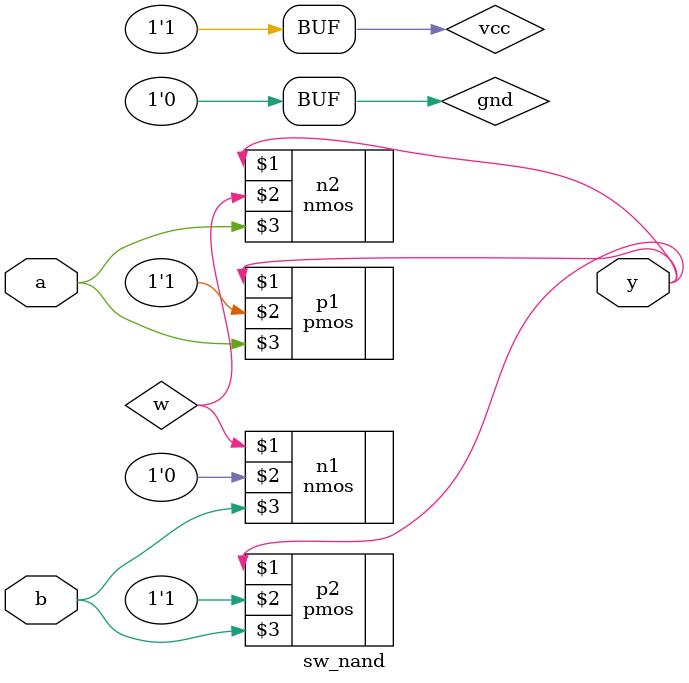
<source format=v>
module sw_nand(y,a,b);
input a,b;
output y;
supply1 vcc;
supply0 gnd;
wire w;
pmos p1(y,vcc,a);
pmos p2(y,vcc,b);
nmos n1(w,gnd,b);
nmos n2(y,w,a);
endmodule

</source>
